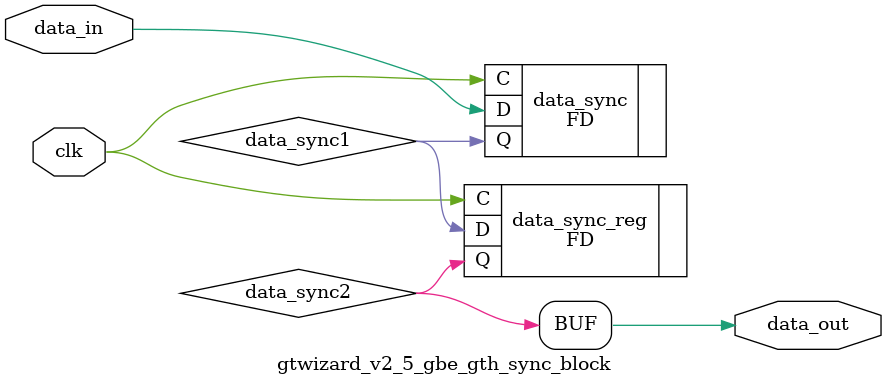
<source format=v>




`timescale 1ps / 1ps

module gtwizard_v2_5_gbe_gth_sync_block #(
  parameter INITIALISE = 2'b00
)
(
  input        clk,              // clock to be sync'ed to
  input        data_in,          // Data to be 'synced'
  output       data_out          // synced data
);

  // Internal Signals
  wire data_sync1;
  wire data_sync2;


  (* shreg_extract = "no", ASYNC_REG = "TRUE" *)
  FD #(
    .INIT (INITIALISE[0])
  ) data_sync (
    .C  (clk),
    .D  (data_in),
    .Q  (data_sync1)
  );


  (* shreg_extract = "no", ASYNC_REG = "TRUE" *)
  FD #(
   .INIT (INITIALISE[1])
  ) data_sync_reg (
  .C  (clk),
  .D  (data_sync1),
  .Q  (data_sync2)
  );


  assign data_out = data_sync2;


endmodule



</source>
